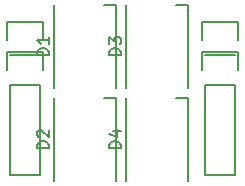
<source format=gbr>
G04 #@! TF.FileFunction,Legend,Top*
%FSLAX46Y46*%
G04 Gerber Fmt 4.6, Leading zero omitted, Abs format (unit mm)*
G04 Created by KiCad (PCBNEW 4.0.1-stable) date 11/5/2016 5:28:01 PM*
%MOMM*%
G01*
G04 APERTURE LIST*
%ADD10C,0.100000*%
%ADD11C,0.150000*%
G04 APERTURE END LIST*
D10*
D11*
X145990000Y-104338000D02*
X145990000Y-97338000D01*
X151190000Y-104338000D02*
X151190000Y-97338000D01*
X151190000Y-97338000D02*
X150190000Y-97338000D01*
X139894000Y-104338000D02*
X139894000Y-97338000D01*
X145094000Y-104338000D02*
X145094000Y-97338000D01*
X145094000Y-97338000D02*
X144094000Y-97338000D01*
X139894000Y-112212000D02*
X139894000Y-105212000D01*
X145094000Y-112212000D02*
X145094000Y-105212000D01*
X145094000Y-105212000D02*
X144094000Y-105212000D01*
X145990000Y-112212000D02*
X145990000Y-105212000D01*
X151190000Y-112212000D02*
X151190000Y-105212000D01*
X151190000Y-105212000D02*
X150190000Y-105212000D01*
X138964000Y-98780000D02*
X138964000Y-100330000D01*
X135864000Y-100330000D02*
X135864000Y-98780000D01*
X135864000Y-98780000D02*
X138964000Y-98780000D01*
X136144000Y-101600000D02*
X138684000Y-101600000D01*
X136144000Y-104140000D02*
X136144000Y-111760000D01*
X138684000Y-104140000D02*
X138684000Y-111760000D01*
X138964000Y-101320000D02*
X138964000Y-102870000D01*
X136144000Y-111760000D02*
X138684000Y-111760000D01*
X138684000Y-104140000D02*
X136144000Y-104140000D01*
X135864000Y-102870000D02*
X135864000Y-101320000D01*
X135864000Y-101320000D02*
X138964000Y-101320000D01*
X155474000Y-98780000D02*
X155474000Y-100330000D01*
X152374000Y-100330000D02*
X152374000Y-98780000D01*
X152374000Y-98780000D02*
X155474000Y-98780000D01*
X152654000Y-101600000D02*
X155194000Y-101600000D01*
X152654000Y-104140000D02*
X152654000Y-111760000D01*
X155194000Y-104140000D02*
X155194000Y-111760000D01*
X155474000Y-101320000D02*
X155474000Y-102870000D01*
X152654000Y-111760000D02*
X155194000Y-111760000D01*
X155194000Y-104140000D02*
X152654000Y-104140000D01*
X152374000Y-102870000D02*
X152374000Y-101320000D01*
X152374000Y-101320000D02*
X155474000Y-101320000D01*
X145542381Y-101576095D02*
X144542381Y-101576095D01*
X144542381Y-101338000D01*
X144590000Y-101195142D01*
X144685238Y-101099904D01*
X144780476Y-101052285D01*
X144970952Y-101004666D01*
X145113810Y-101004666D01*
X145304286Y-101052285D01*
X145399524Y-101099904D01*
X145494762Y-101195142D01*
X145542381Y-101338000D01*
X145542381Y-101576095D01*
X144542381Y-100671333D02*
X144542381Y-100052285D01*
X144923333Y-100385619D01*
X144923333Y-100242761D01*
X144970952Y-100147523D01*
X145018571Y-100099904D01*
X145113810Y-100052285D01*
X145351905Y-100052285D01*
X145447143Y-100099904D01*
X145494762Y-100147523D01*
X145542381Y-100242761D01*
X145542381Y-100528476D01*
X145494762Y-100623714D01*
X145447143Y-100671333D01*
X139446381Y-101576095D02*
X138446381Y-101576095D01*
X138446381Y-101338000D01*
X138494000Y-101195142D01*
X138589238Y-101099904D01*
X138684476Y-101052285D01*
X138874952Y-101004666D01*
X139017810Y-101004666D01*
X139208286Y-101052285D01*
X139303524Y-101099904D01*
X139398762Y-101195142D01*
X139446381Y-101338000D01*
X139446381Y-101576095D01*
X139446381Y-100052285D02*
X139446381Y-100623714D01*
X139446381Y-100338000D02*
X138446381Y-100338000D01*
X138589238Y-100433238D01*
X138684476Y-100528476D01*
X138732095Y-100623714D01*
X139446381Y-109450095D02*
X138446381Y-109450095D01*
X138446381Y-109212000D01*
X138494000Y-109069142D01*
X138589238Y-108973904D01*
X138684476Y-108926285D01*
X138874952Y-108878666D01*
X139017810Y-108878666D01*
X139208286Y-108926285D01*
X139303524Y-108973904D01*
X139398762Y-109069142D01*
X139446381Y-109212000D01*
X139446381Y-109450095D01*
X138541619Y-108497714D02*
X138494000Y-108450095D01*
X138446381Y-108354857D01*
X138446381Y-108116761D01*
X138494000Y-108021523D01*
X138541619Y-107973904D01*
X138636857Y-107926285D01*
X138732095Y-107926285D01*
X138874952Y-107973904D01*
X139446381Y-108545333D01*
X139446381Y-107926285D01*
X145542381Y-109450095D02*
X144542381Y-109450095D01*
X144542381Y-109212000D01*
X144590000Y-109069142D01*
X144685238Y-108973904D01*
X144780476Y-108926285D01*
X144970952Y-108878666D01*
X145113810Y-108878666D01*
X145304286Y-108926285D01*
X145399524Y-108973904D01*
X145494762Y-109069142D01*
X145542381Y-109212000D01*
X145542381Y-109450095D01*
X144875714Y-108021523D02*
X145542381Y-108021523D01*
X144494762Y-108259619D02*
X145209048Y-108497714D01*
X145209048Y-107878666D01*
M02*

</source>
